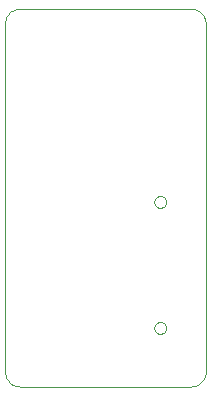
<source format=gm1>
G75*
%MOIN*%
%OFA0B0*%
%FSLAX24Y24*%
%IPPOS*%
%LPD*%
%AMOC8*
5,1,8,0,0,1.08239X$1,22.5*
%
%ADD10C,0.0000*%
D10*
X005292Y000825D02*
X005292Y012424D01*
X005294Y012467D01*
X005300Y012510D01*
X005310Y012552D01*
X005323Y012594D01*
X005340Y012633D01*
X005361Y012672D01*
X005384Y012708D01*
X005411Y012742D01*
X005440Y012774D01*
X005472Y012803D01*
X005507Y012829D01*
X005544Y012852D01*
X005582Y012871D01*
X005622Y012888D01*
X005664Y012900D01*
X005706Y012909D01*
X005749Y012914D01*
X005792Y012916D01*
X005792Y012915D02*
X011485Y012915D01*
X011528Y012913D01*
X011571Y012908D01*
X011613Y012899D01*
X011654Y012886D01*
X011694Y012870D01*
X011733Y012850D01*
X011769Y012827D01*
X011803Y012801D01*
X011835Y012772D01*
X011865Y012741D01*
X011891Y012707D01*
X011914Y012670D01*
X011935Y012632D01*
X011951Y012593D01*
X011964Y012552D01*
X011974Y012509D01*
X011980Y012467D01*
X011982Y012424D01*
X011982Y000825D01*
X011983Y000825D02*
X011981Y000782D01*
X011976Y000739D01*
X011966Y000696D01*
X011953Y000655D01*
X011937Y000614D01*
X011917Y000576D01*
X011894Y000539D01*
X011867Y000504D01*
X011838Y000472D01*
X011806Y000443D01*
X011771Y000416D01*
X011735Y000393D01*
X011696Y000372D01*
X011656Y000356D01*
X011615Y000342D01*
X011572Y000333D01*
X011529Y000327D01*
X011485Y000325D01*
X005792Y000325D01*
X005748Y000327D01*
X005705Y000333D01*
X005663Y000342D01*
X005621Y000355D01*
X005581Y000372D01*
X005542Y000392D01*
X005505Y000415D01*
X005471Y000442D01*
X005438Y000471D01*
X005409Y000504D01*
X005382Y000538D01*
X005359Y000575D01*
X005339Y000614D01*
X005322Y000654D01*
X005309Y000696D01*
X005300Y000738D01*
X005294Y000781D01*
X005292Y000825D01*
X010269Y002280D02*
X010271Y002307D01*
X010277Y002334D01*
X010286Y002360D01*
X010299Y002384D01*
X010315Y002407D01*
X010334Y002426D01*
X010356Y002443D01*
X010380Y002457D01*
X010405Y002467D01*
X010432Y002474D01*
X010459Y002477D01*
X010487Y002476D01*
X010514Y002471D01*
X010540Y002463D01*
X010564Y002451D01*
X010587Y002435D01*
X010608Y002417D01*
X010625Y002396D01*
X010640Y002372D01*
X010651Y002347D01*
X010659Y002321D01*
X010663Y002294D01*
X010663Y002266D01*
X010659Y002239D01*
X010651Y002213D01*
X010640Y002188D01*
X010625Y002164D01*
X010608Y002143D01*
X010587Y002125D01*
X010565Y002109D01*
X010540Y002097D01*
X010514Y002089D01*
X010487Y002084D01*
X010459Y002083D01*
X010432Y002086D01*
X010405Y002093D01*
X010380Y002103D01*
X010356Y002117D01*
X010334Y002134D01*
X010315Y002153D01*
X010299Y002176D01*
X010286Y002200D01*
X010277Y002226D01*
X010271Y002253D01*
X010269Y002280D01*
X010269Y006480D02*
X010271Y006507D01*
X010277Y006534D01*
X010286Y006560D01*
X010299Y006584D01*
X010315Y006607D01*
X010334Y006626D01*
X010356Y006643D01*
X010380Y006657D01*
X010405Y006667D01*
X010432Y006674D01*
X010459Y006677D01*
X010487Y006676D01*
X010514Y006671D01*
X010540Y006663D01*
X010564Y006651D01*
X010587Y006635D01*
X010608Y006617D01*
X010625Y006596D01*
X010640Y006572D01*
X010651Y006547D01*
X010659Y006521D01*
X010663Y006494D01*
X010663Y006466D01*
X010659Y006439D01*
X010651Y006413D01*
X010640Y006388D01*
X010625Y006364D01*
X010608Y006343D01*
X010587Y006325D01*
X010565Y006309D01*
X010540Y006297D01*
X010514Y006289D01*
X010487Y006284D01*
X010459Y006283D01*
X010432Y006286D01*
X010405Y006293D01*
X010380Y006303D01*
X010356Y006317D01*
X010334Y006334D01*
X010315Y006353D01*
X010299Y006376D01*
X010286Y006400D01*
X010277Y006426D01*
X010271Y006453D01*
X010269Y006480D01*
M02*

</source>
